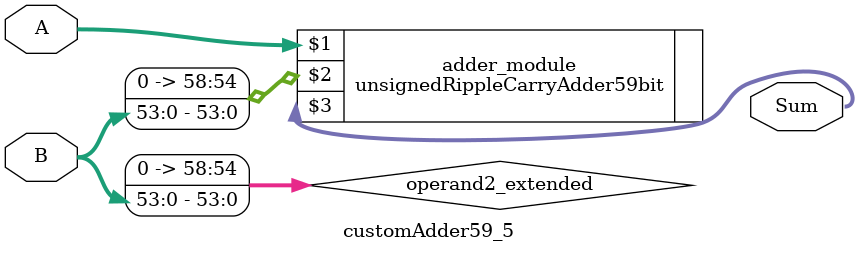
<source format=v>
module customAdder59_5(
                        input [58 : 0] A,
                        input [53 : 0] B,
                        
                        output [59 : 0] Sum
                );

        wire [58 : 0] operand2_extended;
        
        assign operand2_extended =  {5'b0, B};
        
        unsignedRippleCarryAdder59bit adder_module(
            A,
            operand2_extended,
            Sum
        );
        
        endmodule
        
</source>
